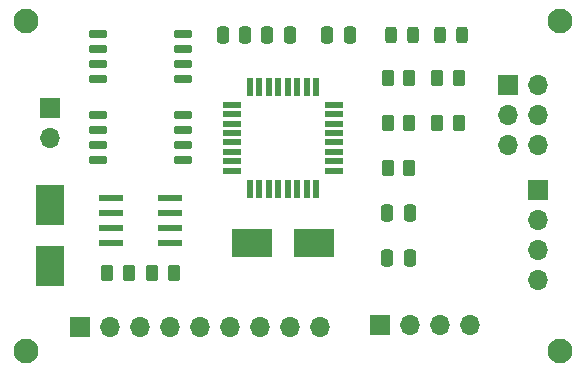
<source format=gts>
%TF.GenerationSoftware,KiCad,Pcbnew,7.0.5-0*%
%TF.CreationDate,2023-07-14T22:27:31+02:00*%
%TF.ProjectId,MCU-Datalogger,4d43552d-4461-4746-916c-6f676765722e,V1.0*%
%TF.SameCoordinates,Original*%
%TF.FileFunction,Soldermask,Top*%
%TF.FilePolarity,Negative*%
%FSLAX46Y46*%
G04 Gerber Fmt 4.6, Leading zero omitted, Abs format (unit mm)*
G04 Created by KiCad (PCBNEW 7.0.5-0) date 2023-07-14 22:27:31*
%MOMM*%
%LPD*%
G01*
G04 APERTURE LIST*
G04 Aperture macros list*
%AMRoundRect*
0 Rectangle with rounded corners*
0 $1 Rounding radius*
0 $2 $3 $4 $5 $6 $7 $8 $9 X,Y pos of 4 corners*
0 Add a 4 corners polygon primitive as box body*
4,1,4,$2,$3,$4,$5,$6,$7,$8,$9,$2,$3,0*
0 Add four circle primitives for the rounded corners*
1,1,$1+$1,$2,$3*
1,1,$1+$1,$4,$5*
1,1,$1+$1,$6,$7*
1,1,$1+$1,$8,$9*
0 Add four rect primitives between the rounded corners*
20,1,$1+$1,$2,$3,$4,$5,0*
20,1,$1+$1,$4,$5,$6,$7,0*
20,1,$1+$1,$6,$7,$8,$9,0*
20,1,$1+$1,$8,$9,$2,$3,0*%
G04 Aperture macros list end*
%ADD10RoundRect,0.250000X0.262500X0.450000X-0.262500X0.450000X-0.262500X-0.450000X0.262500X-0.450000X0*%
%ADD11R,1.700000X1.700000*%
%ADD12O,1.700000X1.700000*%
%ADD13RoundRect,0.250000X-0.262500X-0.450000X0.262500X-0.450000X0.262500X0.450000X-0.262500X0.450000X0*%
%ADD14RoundRect,0.150000X-0.650000X-0.150000X0.650000X-0.150000X0.650000X0.150000X-0.650000X0.150000X0*%
%ADD15RoundRect,0.243750X-0.243750X-0.456250X0.243750X-0.456250X0.243750X0.456250X-0.243750X0.456250X0*%
%ADD16RoundRect,0.250000X0.250000X0.475000X-0.250000X0.475000X-0.250000X-0.475000X0.250000X-0.475000X0*%
%ADD17RoundRect,0.250000X-0.250000X-0.475000X0.250000X-0.475000X0.250000X0.475000X-0.250000X0.475000X0*%
%ADD18C,2.100000*%
%ADD19R,2.400000X3.500000*%
%ADD20R,1.500000X0.550000*%
%ADD21R,0.550000X1.500000*%
%ADD22R,3.500000X2.400000*%
%ADD23RoundRect,0.041300X-0.943700X-0.253700X0.943700X-0.253700X0.943700X0.253700X-0.943700X0.253700X0*%
G04 APERTURE END LIST*
D10*
%TO.C,R3*%
X162480000Y-90170000D03*
X160655000Y-90170000D03*
%TD*%
D11*
%TO.C,BT1*%
X132080000Y-85085000D03*
D12*
X132080000Y-87625000D03*
%TD*%
D13*
%TO.C,R6*%
X164822500Y-86360000D03*
X166647500Y-86360000D03*
%TD*%
D10*
%TO.C,R2*%
X142517500Y-99060000D03*
X140692500Y-99060000D03*
%TD*%
D14*
%TO.C,U2*%
X136125400Y-78867400D03*
X136125400Y-80137400D03*
X136125400Y-81407400D03*
X136125400Y-82677400D03*
X143325400Y-82677400D03*
X143325400Y-81407400D03*
X143325400Y-80137400D03*
X143325400Y-78867400D03*
%TD*%
D12*
%TO.C,J2*%
X167640000Y-103505000D03*
X165100000Y-103505000D03*
X162560000Y-103505000D03*
D11*
X160020000Y-103505000D03*
%TD*%
D15*
%TO.C,D1*%
X160886300Y-78907400D03*
X162761300Y-78907400D03*
%TD*%
D16*
%TO.C,C2*%
X162517500Y-93980000D03*
X160617500Y-93980000D03*
%TD*%
D12*
%TO.C,J1*%
X173355000Y-99695000D03*
X173355000Y-97155000D03*
X173355000Y-94615000D03*
D11*
X173355000Y-92075000D03*
%TD*%
D17*
%TO.C,C5*%
X155514000Y-78892400D03*
X157414000Y-78892400D03*
%TD*%
D11*
%TO.C,J3*%
X134620000Y-103632000D03*
D12*
X137160000Y-103632000D03*
X139700000Y-103632000D03*
X142240000Y-103632000D03*
X144780000Y-103632000D03*
X147320000Y-103632000D03*
X149860000Y-103632000D03*
X152400000Y-103632000D03*
X154940000Y-103632000D03*
%TD*%
D13*
%TO.C,R1*%
X136882500Y-99060000D03*
X138707500Y-99060000D03*
%TD*%
D18*
%TO.C,H3*%
X130048000Y-105664000D03*
%TD*%
D19*
%TO.C,Y1*%
X132080000Y-98485000D03*
X132080000Y-93285000D03*
%TD*%
D15*
%TO.C,D2*%
X166928800Y-78907400D03*
X165053800Y-78907400D03*
%TD*%
D20*
%TO.C,U4*%
X147465000Y-84830000D03*
X147465000Y-85630000D03*
X147465000Y-86430000D03*
X147465000Y-87230000D03*
X147465000Y-88030000D03*
X147465000Y-88830000D03*
X147465000Y-89630000D03*
X147465000Y-90430000D03*
D21*
X148965000Y-91930000D03*
X149765000Y-91930000D03*
X150565000Y-91930000D03*
X151365000Y-91930000D03*
X152165000Y-91930000D03*
X152965000Y-91930000D03*
X153765000Y-91930000D03*
X154565000Y-91930000D03*
D20*
X156065000Y-90430000D03*
X156065000Y-89630000D03*
X156065000Y-88830000D03*
X156065000Y-88030000D03*
X156065000Y-87230000D03*
X156065000Y-86430000D03*
X156065000Y-85630000D03*
X156065000Y-84830000D03*
D21*
X154565000Y-83330000D03*
X153765000Y-83330000D03*
X152965000Y-83330000D03*
X152165000Y-83330000D03*
X151365000Y-83330000D03*
X150565000Y-83330000D03*
X149765000Y-83330000D03*
X148965000Y-83330000D03*
%TD*%
D18*
%TO.C,H4*%
X175260000Y-105664000D03*
%TD*%
D10*
%TO.C,R4*%
X162480000Y-86360000D03*
X160655000Y-86360000D03*
%TD*%
D14*
%TO.C,U1*%
X136100000Y-85725000D03*
X136100000Y-86995000D03*
X136100000Y-88265000D03*
X136100000Y-89535000D03*
X143300000Y-89535000D03*
X143300000Y-88265000D03*
X143300000Y-86995000D03*
X143300000Y-85725000D03*
%TD*%
D16*
%TO.C,C1*%
X148574800Y-78892400D03*
X146674800Y-78892400D03*
%TD*%
D22*
%TO.C,Y2*%
X154365000Y-96520000D03*
X149165000Y-96520000D03*
%TD*%
D23*
%TO.C,U3*%
X137225000Y-92710000D03*
X137225000Y-93980000D03*
X137225000Y-95250000D03*
X137225000Y-96520000D03*
X142175000Y-96520000D03*
X142175000Y-95250000D03*
X142175000Y-93980000D03*
X142175000Y-92710000D03*
%TD*%
D18*
%TO.C,H1*%
X130048000Y-77724000D03*
%TD*%
D13*
%TO.C,R7*%
X160655000Y-82550000D03*
X162480000Y-82550000D03*
%TD*%
D18*
%TO.C,H2*%
X175260000Y-77724000D03*
%TD*%
D11*
%TO.C,J4*%
X170810000Y-83200000D03*
D12*
X173350000Y-83200000D03*
X170810000Y-85740000D03*
X173350000Y-85740000D03*
X170810000Y-88280000D03*
X173350000Y-88280000D03*
%TD*%
D10*
%TO.C,R5*%
X166647500Y-82550000D03*
X164822500Y-82550000D03*
%TD*%
D17*
%TO.C,C3*%
X150459400Y-78892400D03*
X152359400Y-78892400D03*
%TD*%
D16*
%TO.C,C4*%
X162517500Y-97790000D03*
X160617500Y-97790000D03*
%TD*%
M02*

</source>
